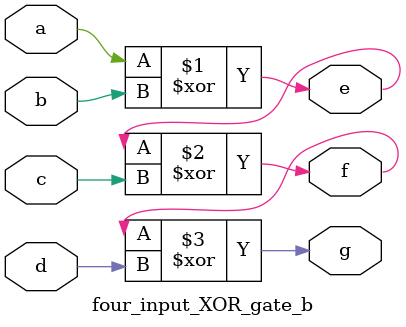
<source format=v>
`timescale 1ns / 1ps

module four_input_XOR_gate_b(
    input a, b, c, d,
    output e, f, g
    );
    
    assign e = a ^ b;
    assign f = e ^ c;
    assign g = f ^ d;
        
endmodule
</source>
